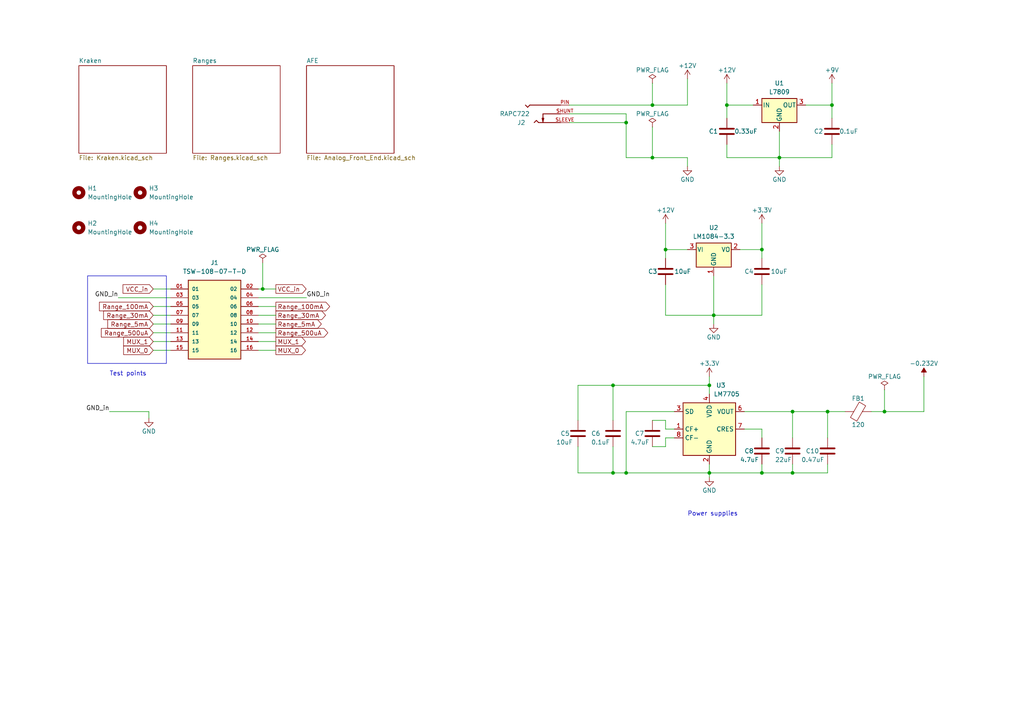
<source format=kicad_sch>
(kicad_sch (version 20231120) (generator "eeschema") (generator_version "8.0")
  (paper "A4")
  (title_block (title "Sol") (date "2024-03-05") (rev "1") (comment 1 "Power supplies and external inputs") (comment 2 "Current consumption measurement in VCC"))
  (lib_symbols
    (symbol "Device:C" (pin_numbers hide) (pin_names (offset 0.254))
      (property "Reference" "C" (at 0.635 2.54 0))
      (property "Value" "C" (at 0.635 -2.54 0))
      (symbol "C_0_1"
        (polyline (pts (xy -2.032 -0.762) (xy 2.032 -0.762)) (stroke (width 0.508)))
        (polyline (pts (xy -2.032 0.762) (xy 2.032 0.762)) (stroke (width 0.508)))
      )
      (symbol "C_1_1"
        (pin passive line (at 0 3.81 270) (length 2.794) (name "~") (number "1"))
        (pin passive line (at 0 -3.81 90) (length 2.794) (name "~") (number "2"))
      )
    )
    (symbol "Device:FerriteBead" (pin_numbers hide) (pin_names (offset 0))
      (property "Reference" "FB" (at -3.81 0.635 90))
      (property "Value" "FerriteBead" (at 3.81 0 90))
      (symbol "FerriteBead_0_1"
        (polyline (pts (xy 0 -1.27) (xy 0 -1.2192)))
        (polyline (pts (xy 0 1.27) (xy 0 1.2954)))
        (polyline (pts (xy -2.7686 0.4064) (xy -1.7018 2.2606) (xy 2.7686 -0.3048) (xy 1.6764 -2.159) (xy -2.7686 0.4064)))
      )
      (symbol "FerriteBead_1_1"
        (pin passive line (at 0 3.81 270) (length 2.54) (name "~") (number "1"))
        (pin passive line (at 0 -3.81 90) (length 2.54) (name "~") (number "2"))
      )
    )
    (symbol "Mechanical:MountingHole" (pin_names (offset 1.016))
      (property "Reference" "H" (at 0 5.08 0))
      (property "Value" "MountingHole" (at 0 3.175 0))
      (symbol "MountingHole_0_1"
        (circle (center 0 0) (radius 1.27) (stroke (width 1.27)))
      )
    )
    (symbol "RAPC722:RAPC722" (pin_names (offset 1.016))
      (property "Reference" "J2" (at -5.08 -2.54 0))
      (property "Value" "RAPC722" (at -3.81 0 0))
      (symbol "RAPC722_0_0"
        (polyline (pts (xy -4.445 1.905) (xy -5.08 2.54)) (stroke (width 0.254)))
        (polyline (pts (xy -3.81 2.54) (xy -4.445 1.905)) (stroke (width 0.254)))
        (polyline (pts (xy -1.905 -1.905) (xy -2.54 -2.54)) (stroke (width 0.254)))
        (polyline (pts (xy -1.27 -2.54) (xy -1.905 -1.905)) (stroke (width 0.254)))
        (polyline (pts (xy 0 0) (xy 0 -2.54)) (stroke (width 0.254)))
        (polyline (pts (xy 0 0) (xy 5.08 0)) (stroke (width 0.254)))
        (polyline (pts (xy 5.08 -2.54) (xy -1.27 -2.54)) (stroke (width 0.254)))
        (polyline (pts (xy 5.08 2.54) (xy -3.81 2.54)) (stroke (width 0.254)))
        (polyline (pts (xy 0 -2.286) (xy 0.254 -1.27) (xy -0.254 -1.27) (xy 0 -2.286)) (stroke (width 0.254)) (fill (type outline)))
        (pin passive line (at 7.62 0 180) (length 2.54) (name "~") (number "SHUNT"))
      )
      (symbol "RAPC722_1_0"
        (pin passive line (at 7.62 2.54 180) (length 2.54) (name "~") (number "PIN"))
        (pin passive line (at 7.62 -2.54 180) (length 2.54) (name "~") (number "SLEEVE"))
      )
    )
    (symbol "Regulator_Linear:L7809" (pin_names (offset 0.254))
      (property "Reference" "U" (at -3.81 3.175 0))
      (property "Value" "L7809" (at 0 3.175 0))
      (symbol "L7809_0_1"
        (rectangle (start -5.08 1.905) (end 5.08 -5.08) (stroke (width 0.254)) (fill (type background)))
      )
      (symbol "L7809_1_1"
        (pin power_in line (at -7.62 0 0) (length 2.54) (name "IN") (number "1"))
        (pin power_in line (at 0 -7.62 90) (length 2.54) (name "GND") (number "2"))
        (pin power_out line (at 7.62 0 180) (length 2.54) (name "OUT") (number "3"))
      )
    )
    (symbol "Regulator_Linear:LM1084-3.3" (pin_names (offset 0.254))
      (property "Reference" "U" (at -3.81 3.175 0))
      (property "Value" "LM1084-3.3" (at 0 3.175 0))
      (symbol "LM1084-3.3_0_1"
        (rectangle (start -5.08 1.905) (end 5.08 -5.08) (stroke (width 0.254)) (fill (type background)))
      )
      (symbol "LM1084-3.3_1_1"
        (pin power_in line (at 0 -7.62 90) (length 2.54) (name "GND") (number "1"))
        (pin power_out line (at 7.62 0 180) (length 2.54) (name "VO") (number "2"))
        (pin power_in line (at -7.62 0 0) (length 2.54) (name "VI") (number "3"))
      )
    )
    (symbol "Regulator_SwitchedCapacitor:LM7705"
      (property "Reference" "U" (at -6.35 8.89 0))
      (property "Value" "LM7705" (at 5.08 8.89 0))
      (symbol "LM7705_0_1"
        (rectangle (start -7.62 7.62) (end 7.62 -7.62) (stroke (width 0.254)) (fill (type background)))
      )
      (symbol "LM7705_1_1"
        (pin passive line (at -10.16 0 0) (length 2.54) (name "CF+") (number "1"))
        (pin power_in line (at 0 -10.16 90) (length 2.54) (name "GND") (number "2"))
        (pin input line (at -10.16 5.08 0) (length 2.54) (name "SD") (number "3"))
        (pin power_in line (at 0 10.16 270) (length 2.54) (name "VDD") (number "4"))
        (pin passive line (at 0 -10.16 90) (length 2.54) hide (name "GND") (number "5"))
        (pin power_out line (at 10.16 5.08 180) (length 2.54) (name "VOUT") (number "6"))
        (pin passive line (at 10.16 0 180) (length 2.54) (name "CRES") (number "7"))
        (pin passive line (at -10.16 -2.54 0) (length 2.54) (name "CF-") (number "8"))
      )
    )
    (symbol "TSW-108-07-T-D:TSW-108-07-T-D" (pin_names (offset 1.016))
      (property "Reference" "J" (at -8.12 12.7 0))
      (property "Value" "TSW-108-07-T-D" (at -7.62 -12.7 0))
      (symbol "TSW-108-07-T-D_0_0"
        (rectangle (start -7.62 -10.16) (end 7.62 12.7) (stroke (width 0.254)) (fill (type background)))
        (pin passive line (at -12.7 10.16 0) (length 5.08) (name "01") (number "01"))
        (pin passive line (at 12.7 10.16 180) (length 5.08) (name "02") (number "02"))
        (pin passive line (at -12.7 7.62 0) (length 5.08) (name "03") (number "03"))
        (pin passive line (at 12.7 7.62 180) (length 5.08) (name "04") (number "04"))
        (pin passive line (at -12.7 5.08 0) (length 5.08) (name "05") (number "05"))
        (pin passive line (at 12.7 5.08 180) (length 5.08) (name "06") (number "06"))
        (pin passive line (at -12.7 2.54 0) (length 5.08) (name "07") (number "07"))
        (pin passive line (at 12.7 2.54 180) (length 5.08) (name "08") (number "08"))
        (pin passive line (at -12.7 0 0) (length 5.08) (name "09") (number "09"))
        (pin passive line (at 12.7 0 180) (length 5.08) (name "10") (number "10"))
        (pin passive line (at -12.7 -2.54 0) (length 5.08) (name "11") (number "11"))
        (pin passive line (at 12.7 -2.54 180) (length 5.08) (name "12") (number "12"))
        (pin passive line (at -12.7 -5.08 0) (length 5.08) (name "13") (number "13"))
        (pin passive line (at 12.7 -5.08 180) (length 5.08) (name "14") (number "14"))
        (pin passive line (at -12.7 -7.62 0) (length 5.08) (name "15") (number "15"))
        (pin passive line (at 12.7 -7.62 180) (length 5.08) (name "16") (number "16"))
      )
    )
    (symbol "power:+12V" (power) (pin_names (offset 0))
      (property "Value" "+12V" (at 0 3.556 0))
      (symbol "+12V_0_1"
        (polyline (pts (xy -0.762 1.27) (xy 0 2.54)))
        (polyline (pts (xy 0 0) (xy 0 2.54)))
        (polyline (pts (xy 0 2.54) (xy 0.762 1.27)))
      )
      (symbol "+12V_1_1"
        (pin power_in line (at 0 0 90) (length 0) hide (name "+12V") (number "1"))
      )
    )
    (symbol "power:+3.3V" (power) (pin_names (offset 0))
      (property "Value" "+3.3V" (at 0 3.556 0))
      (symbol "+3.3V_0_1"
        (polyline (pts (xy -0.762 1.27) (xy 0 2.54)))
        (polyline (pts (xy 0 0) (xy 0 2.54)))
        (polyline (pts (xy 0 2.54) (xy 0.762 1.27)))
      )
      (symbol "+3.3V_1_1"
        (pin power_in line (at 0 0 90) (length 0) hide (name "+3.3V") (number "1"))
      )
    )
    (symbol "power:+9V" (power) (pin_names (offset 0))
      (property "Value" "+9V" (at 0 3.556 0))
      (symbol "+9V_0_1"
        (polyline (pts (xy -0.762 1.27) (xy 0 2.54)))
        (polyline (pts (xy 0 0) (xy 0 2.54)))
        (polyline (pts (xy 0 2.54) (xy 0.762 1.27)))
      )
      (symbol "+9V_1_1"
        (pin power_in line (at 0 0 90) (length 0) hide (name "+9V") (number "1"))
      )
    )
    (symbol "power:-0.232V" (power) (pin_names (offset 0))
      (property "Value" "-0.232V" (at 0 3.81 0))
      (symbol "-0.232V_0_1"
        (polyline (pts (xy 0 0) (xy 0 1.27) (xy 0.762 1.27) (xy 0 2.54) (xy -0.762 1.27) (xy 0 1.27)) (fill (type outline)))
      )
      (symbol "-0.232V_1_0"
        (pin power_in line (at 0 0 90) (length 0) hide (name "-0.232V") (number "1"))
      )
    )
    (symbol "power:GND" (power) (pin_names (offset 0))
      (property "Value" "GND" (at 0 -3.81 0))
      (symbol "GND_0_1"
        (polyline (pts (xy 0 0) (xy 0 -1.27) (xy 1.27 -1.27) (xy 0 -2.54) (xy -1.27 -1.27) (xy 0 -1.27)))
      )
      (symbol "GND_1_1"
        (pin power_in line (at 0 0 270) (length 0) hide (name "GND") (number "1"))
      )
    )
    (symbol "power:PWR_FLAG" (power) (pin_numbers hide) (pin_names (offset 0) hide)
      (property "Value" "PWR_FLAG" (at 0 3.81 0))
      (symbol "PWR_FLAG_0_0"
        (pin power_out line (at 0 0 90) (length 0) (name "pwr") (number "1"))
      )
      (symbol "PWR_FLAG_0_1"
        (polyline (pts (xy 0 0) (xy 0 1.27) (xy -1.016 1.905) (xy 0 2.54) (xy 1.016 1.905) (xy 0 1.27)))
      )
    )
  )
  (junction (at 189.23 45.72))
  (junction (at 193.04 72.39))
  (junction (at 181.61 35.56))
  (junction (at 220.98 137.16))
  (junction (at 177.8 111.76))
  (junction (at 205.74 137.16))
  (junction (at 226.06 45.72))
  (junction (at 205.74 111.76))
  (junction (at 220.98 72.39))
  (junction (at 189.23 30.48))
  (junction (at 229.87 119.38))
  (junction (at 241.3 30.48))
  (junction (at 76.2 83.82))
  (junction (at 256.54 119.38))
  (junction (at 240.03 119.38))
  (junction (at 207.01 91.44))
  (junction (at 181.61 137.16))
  (junction (at 210.82 30.48))
  (junction (at 177.8 137.16))
  (junction (at 229.87 137.16))
  (wire (pts (xy 240.03 119.38) (xy 245.11 119.38)))
  (wire (pts (xy 44.45 91.44) (xy 49.53 91.44)))
  (wire (pts (xy 193.04 72.39) (xy 193.04 74.93)))
  (wire (pts (xy 193.04 64.77) (xy 193.04 72.39)))
  (wire (pts (xy 240.03 119.38) (xy 240.03 127)))
  (wire (pts (xy 220.98 134.62) (xy 220.98 137.16)))
  (wire (pts (xy 210.82 41.91) (xy 210.82 45.72)))
  (wire (pts (xy 210.82 30.48) (xy 210.82 34.29)))
  (wire (pts (xy 214.63 72.39) (xy 220.98 72.39)))
  (wire (pts (xy 49.53 86.36) (xy 34.29 86.36)))
  (wire (pts (xy 256.54 113.03) (xy 256.54 119.38)))
  (wire (pts (xy 226.06 45.72) (xy 241.3 45.72)))
  (wire (pts (xy 167.64 111.76) (xy 177.8 111.76)))
  (wire (pts (xy 74.93 83.82) (xy 76.2 83.82)))
  (wire (pts (xy 181.61 119.38) (xy 181.61 137.16)))
  (wire (pts (xy 207.01 91.44) (xy 207.01 93.98)))
  (wire (pts (xy 181.61 35.56) (xy 181.61 45.72)))
  (wire (pts (xy 193.04 72.39) (xy 199.39 72.39)))
  (wire (pts (xy 44.45 101.6) (xy 49.53 101.6)))
  (wire (pts (xy 205.74 137.16) (xy 205.74 134.62)))
  (wire (pts (xy 44.45 88.9) (xy 49.53 88.9)))
  (wire (pts (xy 207.01 80.01) (xy 207.01 91.44)))
  (wire (pts (xy 210.82 24.13) (xy 210.82 30.48)))
  (wire (pts (xy 165.1 33.02) (xy 181.61 33.02)))
  (wire (pts (xy 31.75 119.38) (xy 43.18 119.38)))
  (wire (pts (xy 241.3 24.13) (xy 241.3 30.48)))
  (wire (pts (xy 199.39 30.48) (xy 189.23 30.48)))
  (wire (pts (xy 193.04 127) (xy 193.04 129.54)))
  (wire (pts (xy 210.82 30.48) (xy 218.44 30.48)))
  (wire (pts (xy 226.06 38.1) (xy 226.06 45.72)))
  (wire (pts (xy 267.97 109.22) (xy 267.97 119.38)))
  (wire (pts (xy 167.64 137.16) (xy 177.8 137.16)))
  (wire (pts (xy 215.9 124.46) (xy 220.98 124.46)))
  (wire (pts (xy 193.04 91.44) (xy 207.01 91.44)))
  (wire (pts (xy 267.97 119.38) (xy 256.54 119.38)))
  (wire (pts (xy 177.8 137.16) (xy 181.61 137.16)))
  (wire (pts (xy 181.61 33.02) (xy 181.61 35.56)))
  (wire (pts (xy 74.93 91.44) (xy 80.01 91.44)))
  (wire (pts (xy 229.87 119.38) (xy 240.03 119.38)))
  (wire (pts (xy 193.04 124.46) (xy 195.58 124.46)))
  (wire (pts (xy 74.93 93.98) (xy 80.01 93.98)))
  (wire (pts (xy 76.2 83.82) (xy 80.01 83.82)))
  (wire (pts (xy 181.61 137.16) (xy 205.74 137.16)))
  (wire (pts (xy 76.2 76.2) (xy 76.2 83.82)))
  (wire (pts (xy 74.93 88.9) (xy 80.01 88.9)))
  (wire (pts (xy 233.68 30.48) (xy 241.3 30.48)))
  (wire (pts (xy 220.98 74.93) (xy 220.98 72.39)))
  (wire (pts (xy 241.3 30.48) (xy 241.3 34.29)))
  (wire (pts (xy 207.01 91.44) (xy 220.98 91.44)))
  (wire (pts (xy 189.23 129.54) (xy 193.04 129.54)))
  (wire (pts (xy 181.61 119.38) (xy 195.58 119.38)))
  (wire (pts (xy 44.45 83.82) (xy 49.53 83.82)))
  (wire (pts (xy 189.23 121.92) (xy 193.04 121.92)))
  (wire (pts (xy 205.74 138.43) (xy 205.74 137.16)))
  (wire (pts (xy 226.06 45.72) (xy 226.06 48.26)))
  (wire (pts (xy 74.93 99.06) (xy 80.01 99.06)))
  (wire (pts (xy 195.58 127) (xy 193.04 127)))
  (wire (pts (xy 229.87 119.38) (xy 229.87 127)))
  (wire (pts (xy 165.1 35.56) (xy 181.61 35.56)))
  (wire (pts (xy 167.64 121.92) (xy 167.64 111.76)))
  (wire (pts (xy 189.23 36.83) (xy 189.23 45.72)))
  (wire (pts (xy 74.93 101.6) (xy 80.01 101.6)))
  (wire (pts (xy 241.3 41.91) (xy 241.3 45.72)))
  (wire (pts (xy 220.98 124.46) (xy 220.98 127)))
  (wire (pts (xy 189.23 24.13) (xy 189.23 30.48)))
  (wire (pts (xy 165.1 30.48) (xy 189.23 30.48)))
  (wire (pts (xy 199.39 48.26) (xy 199.39 45.72)))
  (wire (pts (xy 220.98 137.16) (xy 229.87 137.16)))
  (wire (pts (xy 177.8 111.76) (xy 177.8 121.92)))
  (wire (pts (xy 74.93 86.36) (xy 88.9 86.36)))
  (wire (pts (xy 215.9 119.38) (xy 229.87 119.38)))
  (wire (pts (xy 167.64 129.54) (xy 167.64 137.16)))
  (wire (pts (xy 220.98 64.77) (xy 220.98 72.39)))
  (wire (pts (xy 74.93 96.52) (xy 80.01 96.52)))
  (wire (pts (xy 189.23 45.72) (xy 181.61 45.72)))
  (wire (pts (xy 205.74 111.76) (xy 205.74 114.3)))
  (wire (pts (xy 220.98 91.44) (xy 220.98 82.55)))
  (wire (pts (xy 210.82 45.72) (xy 226.06 45.72)))
  (wire (pts (xy 44.45 99.06) (xy 49.53 99.06)))
  (wire (pts (xy 199.39 45.72) (xy 189.23 45.72)))
  (wire (pts (xy 229.87 134.62) (xy 229.87 137.16)))
  (wire (pts (xy 205.74 109.22) (xy 205.74 111.76)))
  (wire (pts (xy 43.18 119.38) (xy 43.18 121.285)))
  (wire (pts (xy 44.45 93.98) (xy 49.53 93.98)))
  (wire (pts (xy 205.74 137.16) (xy 220.98 137.16)))
  (wire (pts (xy 177.8 111.76) (xy 205.74 111.76)))
  (wire (pts (xy 193.04 82.55) (xy 193.04 91.44)))
  (wire (pts (xy 44.45 96.52) (xy 49.53 96.52)))
  (wire (pts (xy 193.04 121.92) (xy 193.04 124.46)))
  (wire (pts (xy 199.39 22.86) (xy 199.39 30.48)))
  (wire (pts (xy 240.03 134.62) (xy 240.03 137.16)))
  (wire (pts (xy 177.8 129.54) (xy 177.8 137.16)))
  (wire (pts (xy 256.54 119.38) (xy 252.73 119.38)))
  (wire (pts (xy 240.03 137.16) (xy 229.87 137.16)))
  (rectangle (start 25.4 80.01) (end 48.26 105.41))
  (text "Test points" (at 31.75 109.22 0) (effects (font (size 1.27 1.27)) (justify left bottom)))
  (text "Power supplies" (at 199.39 149.86 0) (effects (font (size 1.27 1.27)) (justify left bottom)))
  (label "GND_in" (at 34.29 86.36 180))
  (label "GND_in" (at 88.9 86.36 0))
  (label "GND_in" (at 31.75 119.38 180))
  (global_label "MUX_1" (shape input) (at 44.45 99.06 180) (property "Intersheetrefs" "${INTERSHEET_REFS}" (effects (hide yes))))
  (global_label "Range_100mA" (shape output) (at 80.01 88.9 0) (property "Intersheetrefs" "${INTERSHEET_REFS}" (effects (hide yes))))
  (global_label "MUX_0" (shape input) (at 44.45 101.6 180) (property "Intersheetrefs" "${INTERSHEET_REFS}" (effects (hide yes))))
  (global_label "VCC_in" (shape input) (at 44.45 83.82 180) (property "Intersheetrefs" "${INTERSHEET_REFS}" (effects (hide yes))))
  (global_label "Range_5mA" (shape input) (at 44.45 93.98 180) (property "Intersheetrefs" "${INTERSHEET_REFS}" (effects (hide yes))))
  (global_label "Range_500uA" (shape input) (at 44.45 96.52 180) (property "Intersheetrefs" "${INTERSHEET_REFS}" (effects (hide yes))))
  (global_label "Range_30mA" (shape input) (at 44.45 91.44 180) (property "Intersheetrefs" "${INTERSHEET_REFS}" (effects (hide yes))))
  (global_label "Range_500uA" (shape output) (at 80.01 96.52 0) (property "Intersheetrefs" "${INTERSHEET_REFS}" (effects (hide yes))))
  (global_label "MUX_0" (shape output) (at 80.01 101.6 0) (property "Intersheetrefs" "${INTERSHEET_REFS}" (effects (hide yes))))
  (global_label "MUX_1" (shape output) (at 80.01 99.06 0) (property "Intersheetrefs" "${INTERSHEET_REFS}" (effects (hide yes))))
  (global_label "Range_30mA" (shape output) (at 80.01 91.44 0) (property "Intersheetrefs" "${INTERSHEET_REFS}" (effects (hide yes))))
  (global_label "VCC_in" (shape output) (at 80.01 83.82 0) (property "Intersheetrefs" "${INTERSHEET_REFS}" (effects (hide yes))))
  (global_label "Range_100mA" (shape input) (at 44.45 88.9 180) (property "Intersheetrefs" "${INTERSHEET_REFS}" (effects (hide yes))))
  (global_label "Range_5mA" (shape output) (at 80.01 93.98 0) (property "Intersheetrefs" "${INTERSHEET_REFS}" (effects (hide yes))))
  (symbol (lib_id "Device:C") (at 229.87 130.81 0) (unit 1)
    (property "Reference" "C9" (at 224.79 130.81 0) (effects (justify left)))
    (property "Value" "22uF" (at 224.79 133.35 0) (effects (justify left)))
    (property "Footprint" "Capacitor_SMD:C_1206_3216Metric_Pad1.33x1.80mm_HandSolder" (effects (hide yes)))
  )
  (symbol (lib_id "Mechanical:MountingHole") (at 40.64 66.04 0) (unit 1)
    (property "Reference" "H4" (at 43.18 64.7699 0) (effects (justify left)))
    (property "Value" "MountingHole" (at 43.18 67.3099 0) (effects (justify left)))
    (property "Footprint" "MountingHole:MountingHole_3.2mm_M3" (effects (hide yes)))
  )
  (symbol (lib_id "power:GND") (at 207.01 93.98 0) (unit 1)
    (property "Reference" "#PWR024" (effects (hide yes)))
    (property "Value" "GND" (at 207.01 97.79 0))
  )
  (symbol (lib_id "power:GND") (at 43.18 121.285 0) (unit 1)
    (property "Reference" "#PWR036" (effects (hide yes)))
    (property "Value" "GND" (at 43.18 125.095 0))
  )
  (symbol (lib_id "power:PWR_FLAG") (at 189.23 36.83 0) (unit 1)
    (property "Reference" "#FLG03" (effects (hide yes)))
    (property "Value" "PWR_FLAG" (at 189.23 33.02 0))
  )
  (symbol (lib_id "Device:C") (at 220.98 78.74 0) (unit 1)
    (property "Reference" "C4" (at 215.9 78.74 0) (effects (justify left)))
    (property "Value" "10uF" (at 223.52 78.74 0) (effects (justify left)))
    (property "Footprint" "Capacitor_SMD:C_1206_3216Metric_Pad1.33x1.80mm_HandSolder" (effects (hide yes)))
  )
  (symbol (lib_id "power:+12V") (at 193.04 64.77 0) (unit 1)
    (property "Reference" "#PWR028" (effects (hide yes)))
    (property "Value" "+12V" (at 193.04 60.96 0))
  )
  (symbol (lib_id "Device:C") (at 241.3 38.1 180) (unit 1)
    (property "Reference" "C2" (at 238.76 38.1 0) (effects (justify left)))
    (property "Value" "0.1uF" (at 248.92 38.1 0) (effects (justify left)))
    (property "Footprint" "Capacitor_SMD:C_1206_3216Metric_Pad1.33x1.80mm_HandSolder" (effects (hide yes)))
  )
  (symbol (lib_id "Device:FerriteBead") (at 248.92 119.38 90) (unit 1)
    (property "Reference" "FB1" (at 248.92 115.57 90))
    (property "Value" "120" (at 248.92 123.19 90))
    (property "Footprint" "Resistor_SMD:R_1206_3216Metric_Pad1.30x1.75mm_HandSolder" (effects (hide yes)))
  )
  (symbol (lib_id "Mechanical:MountingHole") (at 22.86 55.88 0) (unit 1)
    (property "Reference" "H1" (at 25.4 54.6099 0) (effects (justify left)))
    (property "Value" "MountingHole" (at 25.4 57.1499 0) (effects (justify left)))
    (property "Footprint" "MountingHole:MountingHole_3.2mm_M3" (effects (hide yes)))
  )
  (symbol (lib_id "TSW-108-07-T-D:TSW-108-07-T-D") (at 62.23 93.98 0) (unit 1)
    (property "Reference" "J1" (at 62.23 76.2 0))
    (property "Value" "TSW-108-07-T-D" (at 62.23 78.74 0))
    (property "Footprint" "jibiri:TSW-108-07-T-D" (effects (hide yes)))
    (property "Description" "\nTSW - Samtec 2.54mm Pin Header 10.92mm Overall Pin Length (07) - Fast Stock\n" (effects (hide yes)))
    (property "MF" "Samtec Inc." (effects (hide yes)))
    (property "Package" "None" (effects (hide yes)))
    (property "Price" "None" (effects (hide yes)))
    (property "Check_prices" "https://www.snapeda.com/parts/TSW-108-07-T-D/Samtec+Inc./view-part/?ref=eda" (effects (hide yes)))
    (property "STANDARD" "Manufacturer Recommendations" (effects (hide yes)))
    (property "PARTREV" "R" (effects (hide yes)))
    (property "SnapEDA_Link" "https://www.snapeda.com/parts/TSW-108-07-T-D/Samtec+Inc./view-part/?ref=snap" (effects (hide yes)))
    (property "MP" "TSW-108-07-T-D" (effects (hide yes)))
    (property "Availability" "In Stock" (effects (hide yes)))
    (property "MANUFACTURER" "Samtec" (effects (hide yes)))
  )
  (symbol (lib_id "Device:C") (at 189.23 125.73 0) (unit 1)
    (property "Reference" "C7" (at 184.15 125.73 0) (effects (justify left)))
    (property "Value" "4.7uF" (at 182.88 128.27 0) (effects (justify left)))
    (property "Footprint" "Capacitor_SMD:C_1206_3216Metric_Pad1.33x1.80mm_HandSolder" (effects (hide yes)))
  )
  (symbol (lib_id "power:PWR_FLAG") (at 76.2 76.2 0) (unit 1)
    (property "Reference" "#FLG01" (effects (hide yes)))
    (property "Value" "PWR_FLAG" (at 76.2 72.39 0))
  )
  (symbol (lib_id "Regulator_SwitchedCapacitor:LM7705") (at 205.74 124.46 0) (unit 1)
    (property "Reference" "U3" (at 207.6959 111.76 0) (effects (justify left)))
    (property "Value" "LM7705" (at 207.01 114.3 0) (effects (justify left)))
    (property "Footprint" "Package_SO:VSSOP-8_3.0x3.0mm_P0.65mm" (effects (hide yes)))
    (property "Datasheet" "http://www.ti.com/lit/ds/symlink/lm7705.pdf" (effects (hide yes)))
  )
  (symbol (lib_id "power:-0.232V") (at 267.97 109.22 0) (unit 1)
    (property "Reference" "#PWR016" (effects (hide yes)))
    (property "Value" "-0.232V" (at 267.97 105.41 0))
  )
  (symbol (lib_id "power:GND") (at 205.74 138.43 0) (unit 1)
    (property "Reference" "#PWR013" (effects (hide yes)))
    (property "Value" "GND" (at 205.74 142.24 0))
  )
  (symbol (lib_id "power:PWR_FLAG") (at 256.54 113.03 0) (unit 1)
    (property "Reference" "#FLG05" (effects (hide yes)))
    (property "Value" "PWR_FLAG" (at 256.54 109.22 0))
  )
  (symbol (lib_id "Regulator_Linear:L7809") (at 226.06 30.48 0) (unit 1)
    (property "Reference" "U1" (at 226.06 24.13 0))
    (property "Value" "L7809" (at 226.06 26.67 0))
    (property "Footprint" "jibiri:L7809ABD2T-TR" (effects (hide yes)))
    (property "Datasheet" "http://www.st.com/content/ccc/resource/technical/document/datasheet/41/4f/b3/b0/12/d4/47/88/CD00000444.pdf/files/CD00000444.pdf/jcr:content/translations/en.CD00000444.pdf" (effects (hide yes)))
  )
  (symbol (lib_id "power:+9V") (at 241.3 24.13 0) (unit 1)
    (property "Reference" "#PWR012" (effects (hide yes)))
    (property "Value" "+9V" (at 241.3 20.32 0))
  )
  (symbol (lib_id "Device:C") (at 177.8 125.73 0) (unit 1)
    (property "Reference" "C6" (at 171.45 125.73 0) (effects (justify left)))
    (property "Value" "0.1uF" (at 171.45 128.27 0) (effects (justify left)))
    (property "Footprint" "Capacitor_SMD:C_1206_3216Metric_Pad1.33x1.80mm_HandSolder" (effects (hide yes)))
  )
  (symbol (lib_id "power:+3.3V") (at 220.98 64.77 0) (unit 1)
    (property "Reference" "#PWR029" (effects (hide yes)))
    (property "Value" "+3.3V" (at 220.98 60.96 0))
  )
  (symbol (lib_id "power:GND") (at 226.06 48.26 0) (unit 1)
    (property "Reference" "#PWR037" (effects (hide yes)))
    (property "Value" "GND" (at 226.06 52.07 0))
  )
  (symbol (lib_id "power:PWR_FLAG") (at 189.23 24.13 0) (unit 1)
    (property "Reference" "#FLG02" (effects (hide yes)))
    (property "Value" "PWR_FLAG" (at 189.23 20.32 0))
  )
  (symbol (lib_id "power:+3.3V") (at 205.74 109.22 0) (unit 1)
    (property "Reference" "#PWR043" (effects (hide yes)))
    (property "Value" "+3.3V" (at 205.74 105.41 0))
  )
  (symbol (lib_id "Device:C") (at 220.98 130.81 0) (unit 1)
    (property "Reference" "C8" (at 215.9 130.81 0) (effects (justify left)))
    (property "Value" "4.7uF" (at 214.63 133.35 0) (effects (justify left)))
    (property "Footprint" "Capacitor_SMD:C_1206_3216Metric_Pad1.33x1.80mm_HandSolder" (effects (hide yes)))
  )
  (symbol (lib_id "Mechanical:MountingHole") (at 40.64 55.88 0) (unit 1)
    (property "Reference" "H3" (at 43.18 54.6099 0) (effects (justify left)))
    (property "Value" "MountingHole" (at 43.18 57.1499 0) (effects (justify left)))
    (property "Footprint" "MountingHole:MountingHole_3.2mm_M3" (effects (hide yes)))
  )
  (symbol (lib_id "power:+12V") (at 210.82 24.13 0) (unit 1)
    (property "Reference" "#PWR04" (effects (hide yes)))
    (property "Value" "+12V" (at 210.82 20.32 0))
  )
  (symbol (lib_id "Mechanical:MountingHole") (at 22.86 66.04 0) (unit 1)
    (property "Reference" "H2" (at 25.4 64.7699 0) (effects (justify left)))
    (property "Value" "MountingHole" (at 25.4 67.3099 0) (effects (justify left)))
    (property "Footprint" "MountingHole:MountingHole_3.2mm_M3" (effects (hide yes)))
  )
  (symbol (lib_id "Device:C") (at 210.82 38.1 180) (unit 1)
    (property "Reference" "C1" (at 208.28 38.1 0) (effects (justify left)))
    (property "Value" "0.33uF" (at 219.71 38.1 0) (effects (justify left)))
    (property "Footprint" "Capacitor_SMD:C_1206_3216Metric_Pad1.33x1.80mm_HandSolder" (effects (hide yes)))
  )
  (symbol (lib_id "RAPC722:RAPC722") (at 157.48 33.02 0) (unit 1)
    (property "Reference" "J2" (at 152.4 35.56 0) (effects (justify right)))
    (property "Value" "RAPC722" (at 153.67 33.02 0) (effects (justify right)))
    (property "Footprint" "jibiri:RAPC722" (effects (hide yes)))
    (property "Description" "\nPower Barrel Connector Jack 2.00mm ID (0.079), 5.50mm OD (0.217) Through Hole, Right Angle\n" (effects (hide yes)))
    (property "MF" "Switchcraft Inc." (effects (hide yes)))
    (property "MAXIMUM_PACKAGE_HEIGHT" "11 mm" (effects (hide yes)))
    (property "Package" "None" (effects (hide yes)))
    (property "Price" "None" (effects (hide yes)))
    (property "Check_prices" "https://www.snapeda.com/parts/RAPC722/Switchcraft+Inc./view-part/?ref=eda" (effects (hide yes)))
    (property "STANDARD" "Manufacturer Recommendations" (effects (hide yes)))
    (property "PARTREV" "A" (effects (hide yes)))
    (property "SnapEDA_Link" "https://www.snapeda.com/parts/RAPC722/Switchcraft+Inc./view-part/?ref=snap" (effects (hide yes)))
    (property "MP" "RAPC722" (effects (hide yes)))
    (property "Availability" "In Stock" (effects (hide yes)))
    (property "MANUFACTURER" "Switchcraft" (effects (hide yes)))
  )
  (symbol (lib_id "power:GND") (at 199.39 48.26 0) (unit 1)
    (property "Reference" "#PWR032" (effects (hide yes)))
    (property "Value" "GND" (at 199.39 52.07 0))
  )
  (symbol (lib_id "Device:C") (at 167.64 125.73 0) (unit 1)
    (property "Reference" "C5" (at 162.56 125.73 0) (effects (justify left)))
    (property "Value" "10uF" (at 161.29 128.27 0) (effects (justify left)))
    (property "Footprint" "Capacitor_SMD:C_1206_3216Metric_Pad1.33x1.80mm_HandSolder" (effects (hide yes)))
  )
  (symbol (lib_id "Device:C") (at 193.04 78.74 0) (unit 1)
    (property "Reference" "C3" (at 187.96 78.74 0) (effects (justify left)))
    (property "Value" "10uF" (at 195.58 78.74 0) (effects (justify left)))
    (property "Footprint" "Capacitor_SMD:C_1206_3216Metric_Pad1.33x1.80mm_HandSolder" (effects (hide yes)))
  )
  (symbol (lib_id "Device:C") (at 240.03 130.81 0) (unit 1)
    (property "Reference" "C10" (at 233.68 130.81 0) (effects (justify left)))
    (property "Value" "0.47uF" (at 232.41 133.35 0) (effects (justify left)))
    (property "Footprint" "Capacitor_SMD:C_1206_3216Metric_Pad1.33x1.80mm_HandSolder" (effects (hide yes)))
  )
  (symbol (lib_id "Regulator_Linear:LM1084-3.3") (at 207.01 72.39 0) (unit 1)
    (property "Reference" "U2" (at 207.01 66.04 0))
    (property "Value" "LM1084-3.3" (at 207.01 68.58 0))
    (property "Footprint" "jibiri:LM1084IS-3.3_NOPB" (effects (hide yes)))
    (property "Datasheet" "http://www.ti.com/lit/ds/symlink/lm1084.pdf" (effects (hide yes)))
  )
  (symbol (lib_id "power:+12V") (at 199.39 22.86 0) (unit 1)
    (property "Reference" "#PWR046" (effects (hide yes)))
    (property "Value" "+12V" (at 199.39 19.05 0))
  )
  (sheet (at 88.9 19.05) (size 25.4 25.4) (stroke (width 0.1524))
    (property "Sheetname" "AFE" (at 88.9 18.3384 0) (effects (justify left bottom)))
    (property "Sheetfile" "Analog_Front_End.kicad_sch" (at 88.9 45.0346 0) (effects (justify left top)))
  )
  (sheet (at 55.88 19.05) (size 25.4 25.4) (stroke (width 0.1524))
    (property "Sheetname" "Ranges" (at 55.88 18.3384 0) (effects (justify left bottom)))
    (property "Sheetfile" "Ranges.kicad_sch" (at 55.88 45.0346 0) (effects (justify left top)))
  )
  (sheet (at 22.86 19.05) (size 25.4 25.4) (stroke (width 0.1524))
    (property "Sheetname" "Kraken" (at 22.86 18.3384 0) (effects (justify left bottom)))
    (property "Sheetfile" "Kraken.kicad_sch" (at 22.86 45.0346 0) (effects (justify left top)))
  )
)
</source>
